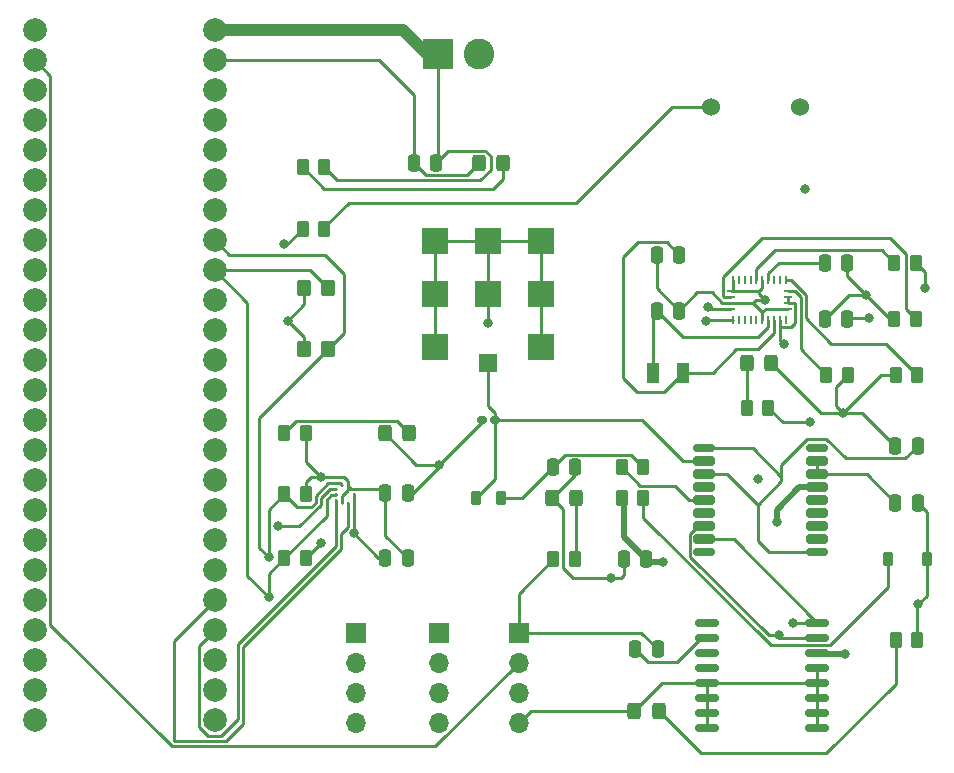
<source format=gbr>
%TF.GenerationSoftware,KiCad,Pcbnew,7.0.7*%
%TF.CreationDate,2024-01-17T20:42:02-05:00*%
%TF.ProjectId,Unified_Board,556e6966-6965-4645-9f42-6f6172642e6b,rev?*%
%TF.SameCoordinates,Original*%
%TF.FileFunction,Copper,L1,Top*%
%TF.FilePolarity,Positive*%
%FSLAX46Y46*%
G04 Gerber Fmt 4.6, Leading zero omitted, Abs format (unit mm)*
G04 Created by KiCad (PCBNEW 7.0.7) date 2024-01-17 20:42:02*
%MOMM*%
%LPD*%
G01*
G04 APERTURE LIST*
G04 Aperture macros list*
%AMRoundRect*
0 Rectangle with rounded corners*
0 $1 Rounding radius*
0 $2 $3 $4 $5 $6 $7 $8 $9 X,Y pos of 4 corners*
0 Add a 4 corners polygon primitive as box body*
4,1,4,$2,$3,$4,$5,$6,$7,$8,$9,$2,$3,0*
0 Add four circle primitives for the rounded corners*
1,1,$1+$1,$2,$3*
1,1,$1+$1,$4,$5*
1,1,$1+$1,$6,$7*
1,1,$1+$1,$8,$9*
0 Add four rect primitives between the rounded corners*
20,1,$1+$1,$2,$3,$4,$5,0*
20,1,$1+$1,$4,$5,$6,$7,0*
20,1,$1+$1,$6,$7,$8,$9,0*
20,1,$1+$1,$8,$9,$2,$3,0*%
G04 Aperture macros list end*
%TA.AperFunction,SMDPad,CuDef*%
%ADD10RoundRect,0.225000X-0.225000X-0.375000X0.225000X-0.375000X0.225000X0.375000X-0.225000X0.375000X0*%
%TD*%
%TA.AperFunction,ComponentPad*%
%ADD11R,1.700000X1.700000*%
%TD*%
%TA.AperFunction,ComponentPad*%
%ADD12O,1.700000X1.700000*%
%TD*%
%TA.AperFunction,SMDPad,CuDef*%
%ADD13RoundRect,0.250000X-0.325000X-0.450000X0.325000X-0.450000X0.325000X0.450000X-0.325000X0.450000X0*%
%TD*%
%TA.AperFunction,SMDPad,CuDef*%
%ADD14RoundRect,0.250000X-0.262500X-0.450000X0.262500X-0.450000X0.262500X0.450000X-0.262500X0.450000X0*%
%TD*%
%TA.AperFunction,SMDPad,CuDef*%
%ADD15RoundRect,0.250000X0.250000X0.475000X-0.250000X0.475000X-0.250000X-0.475000X0.250000X-0.475000X0*%
%TD*%
%TA.AperFunction,SMDPad,CuDef*%
%ADD16RoundRect,0.250000X-0.250000X-0.475000X0.250000X-0.475000X0.250000X0.475000X-0.250000X0.475000X0*%
%TD*%
%TA.AperFunction,SMDPad,CuDef*%
%ADD17R,1.500000X1.500000*%
%TD*%
%TA.AperFunction,SMDPad,CuDef*%
%ADD18R,2.300000X2.300000*%
%TD*%
%TA.AperFunction,SMDPad,CuDef*%
%ADD19RoundRect,0.250000X0.325000X0.450000X-0.325000X0.450000X-0.325000X-0.450000X0.325000X-0.450000X0*%
%TD*%
%TA.AperFunction,ComponentPad*%
%ADD20R,2.600000X2.600000*%
%TD*%
%TA.AperFunction,ComponentPad*%
%ADD21C,2.600000*%
%TD*%
%TA.AperFunction,SMDPad,CuDef*%
%ADD22R,0.250000X0.275000*%
%TD*%
%TA.AperFunction,SMDPad,CuDef*%
%ADD23R,0.275000X0.250000*%
%TD*%
%TA.AperFunction,ComponentPad*%
%ADD24C,1.524000*%
%TD*%
%TA.AperFunction,SMDPad,CuDef*%
%ADD25R,0.254000X0.675000*%
%TD*%
%TA.AperFunction,SMDPad,CuDef*%
%ADD26R,0.675000X0.254000*%
%TD*%
%TA.AperFunction,SMDPad,CuDef*%
%ADD27RoundRect,0.150000X-0.875000X-0.150000X0.875000X-0.150000X0.875000X0.150000X-0.875000X0.150000X0*%
%TD*%
%TA.AperFunction,SMDPad,CuDef*%
%ADD28R,1.000000X1.800000*%
%TD*%
%TA.AperFunction,SMDPad,CuDef*%
%ADD29RoundRect,0.175000X0.725000X0.175000X-0.725000X0.175000X-0.725000X-0.175000X0.725000X-0.175000X0*%
%TD*%
%TA.AperFunction,SMDPad,CuDef*%
%ADD30RoundRect,0.200000X0.700000X0.200000X-0.700000X0.200000X-0.700000X-0.200000X0.700000X-0.200000X0*%
%TD*%
%TA.AperFunction,SMDPad,CuDef*%
%ADD31RoundRect,0.218750X0.218750X0.381250X-0.218750X0.381250X-0.218750X-0.381250X0.218750X-0.381250X0*%
%TD*%
%TA.AperFunction,SMDPad,CuDef*%
%ADD32RoundRect,0.250000X-0.350000X-0.450000X0.350000X-0.450000X0.350000X0.450000X-0.350000X0.450000X0*%
%TD*%
%TA.AperFunction,SMDPad,CuDef*%
%ADD33RoundRect,0.250000X0.262500X0.450000X-0.262500X0.450000X-0.262500X-0.450000X0.262500X-0.450000X0*%
%TD*%
%TA.AperFunction,ComponentPad*%
%ADD34C,2.000000*%
%TD*%
%TA.AperFunction,SMDPad,CuDef*%
%ADD35RoundRect,0.160000X-0.222500X-0.160000X0.222500X-0.160000X0.222500X0.160000X-0.222500X0.160000X0*%
%TD*%
%TA.AperFunction,ViaPad*%
%ADD36C,0.800000*%
%TD*%
%TA.AperFunction,Conductor*%
%ADD37C,0.250000*%
%TD*%
%TA.AperFunction,Conductor*%
%ADD38C,0.500000*%
%TD*%
%TA.AperFunction,Conductor*%
%ADD39C,1.000000*%
%TD*%
G04 APERTURE END LIST*
D10*
%TO.P,D1,1,K*%
%TO.N,Net-(D1-K)*%
X152600000Y-89800000D03*
%TO.P,D1,2,A*%
%TO.N,/3.3V*%
X155900000Y-89800000D03*
%TD*%
D11*
%TO.P,J3,1,Pin_1*%
%TO.N,/3.3V*%
X107600000Y-96000000D03*
D12*
%TO.P,J3,2,Pin_2*%
%TO.N,/SCL*%
X107600000Y-98540000D03*
%TO.P,J3,3,Pin_3*%
%TO.N,/SDA*%
X107600000Y-101080000D03*
%TO.P,J3,4,Pin_4*%
%TO.N,GND*%
X107600000Y-103620000D03*
%TD*%
D13*
%TO.P,D2,1,K*%
%TO.N,GND*%
X131175000Y-102600000D03*
%TO.P,D2,2,A*%
%TO.N,Net-(D2-A)*%
X133225000Y-102600000D03*
%TD*%
D14*
%TO.P,R15,1*%
%TO.N,Net-(D6-A)*%
X103087500Y-56600000D03*
%TO.P,R15,2*%
%TO.N,Net-(J1-Pin_1)*%
X104912500Y-56600000D03*
%TD*%
D15*
%TO.P,C10,1*%
%TO.N,/3.3V*%
X133150000Y-97400000D03*
%TO.P,C10,2*%
%TO.N,Net-(U3-VCC)*%
X131250000Y-97400000D03*
%TD*%
D16*
%TO.P,C7,1*%
%TO.N,Net-(U2-VCC)*%
X153250000Y-85000000D03*
%TO.P,C7,2*%
%TO.N,/3.3V*%
X155150000Y-85000000D03*
%TD*%
D17*
%TO.P,ANT1,1,RF_IN*%
%TO.N,Net-(ANT1-RF_IN)*%
X118800000Y-73200000D03*
D18*
%TO.P,ANT1,2,GND*%
%TO.N,GND*%
X114300000Y-71800000D03*
%TO.P,ANT1,3,GND*%
X123300000Y-71800000D03*
%TO.P,ANT1,4,GND*%
X114300000Y-67300000D03*
%TO.P,ANT1,5,GND*%
X118800000Y-67300000D03*
%TO.P,ANT1,6,GND*%
X123300000Y-67300000D03*
%TO.P,ANT1,7,GND*%
X114300000Y-62800000D03*
%TO.P,ANT1,8,GND*%
X118800000Y-62800000D03*
%TO.P,ANT1,9,GND*%
X123300000Y-62800000D03*
%TD*%
D16*
%TO.P,C12,1*%
%TO.N,Net-(C12-Pad1)*%
X124250000Y-82000000D03*
%TO.P,C12,2*%
%TO.N,GND*%
X126150000Y-82000000D03*
%TD*%
D19*
%TO.P,D5,1,K*%
%TO.N,GND*%
X142775000Y-73200000D03*
%TO.P,D5,2,A*%
%TO.N,Net-(D5-A)*%
X140725000Y-73200000D03*
%TD*%
D15*
%TO.P,C11,1*%
%TO.N,Net-(J1-Pin_1)*%
X114400000Y-56200000D03*
%TO.P,C11,2*%
%TO.N,Net-(D6-K)*%
X112500000Y-56200000D03*
%TD*%
D20*
%TO.P,J1,1,Pin_1*%
%TO.N,Net-(J1-Pin_1)*%
X114500000Y-47000000D03*
D21*
%TO.P,J1,2,Pin_2*%
%TO.N,Net-(D6-K)*%
X118000000Y-47000000D03*
%TD*%
D14*
%TO.P,R4,1*%
%TO.N,/SCL*%
X101525000Y-84300000D03*
%TO.P,R4,2*%
%TO.N,/3.3V*%
X103350000Y-84300000D03*
%TD*%
%TO.P,R16,1*%
%TO.N,Net-(U2-VCC_RF)*%
X130087500Y-82000000D03*
%TO.P,R16,2*%
%TO.N,Net-(C12-Pad1)*%
X131912500Y-82000000D03*
%TD*%
D22*
%TO.P,Alt1,1,VDDIO*%
%TO.N,/3.3V*%
X106887500Y-83537500D03*
%TO.P,Alt1,2,SCK*%
%TO.N,/SCL*%
X106387500Y-83537500D03*
D23*
%TO.P,Alt1,3,VSS*%
%TO.N,GND*%
X105875000Y-83800000D03*
%TO.P,Alt1,4,SDI*%
%TO.N,/SDA*%
X105875000Y-84300000D03*
%TO.P,Alt1,5,SDO*%
%TO.N,/BMP_I2C_ADDR*%
X105875000Y-84800000D03*
D22*
%TO.P,Alt1,6,CSB*%
%TO.N,/3.3V*%
X106387500Y-85062500D03*
%TO.P,Alt1,7,INT*%
%TO.N,/BMP_INT*%
X106887500Y-85062500D03*
D23*
%TO.P,Alt1,8,VSS*%
%TO.N,GND*%
X107400000Y-84800000D03*
%TO.P,Alt1,9,VSS*%
X107400000Y-84300000D03*
%TO.P,Alt1,10,VDD*%
%TO.N,/3.3V*%
X107400000Y-83800000D03*
%TD*%
D16*
%TO.P,C5,1*%
%TO.N,Net-(U1-XOUT32)*%
X133050000Y-68750000D03*
%TO.P,C5,2*%
%TO.N,GND*%
X134950000Y-68750000D03*
%TD*%
D14*
%TO.P,R3,1*%
%TO.N,/SDA*%
X101525000Y-89700000D03*
%TO.P,R3,2*%
%TO.N,/3.3V*%
X103350000Y-89700000D03*
%TD*%
D24*
%TO.P,BZ1,1,-*%
%TO.N,Net-(BZ1--)*%
X137650000Y-51500000D03*
%TO.P,BZ1,2,+*%
%TO.N,GND*%
X145150000Y-51500000D03*
%TD*%
D14*
%TO.P,R14,1*%
%TO.N,Net-(R14-Pad1)*%
X103087500Y-61800000D03*
%TO.P,R14,2*%
%TO.N,Net-(BZ1--)*%
X104912500Y-61800000D03*
%TD*%
D13*
%TO.P,D4,1,K*%
%TO.N,GND*%
X110012500Y-79100000D03*
%TO.P,D4,2,A*%
%TO.N,Net-(D4-A)*%
X112062500Y-79100000D03*
%TD*%
%TO.P,D3,1,K*%
%TO.N,GND*%
X124175000Y-84600000D03*
%TO.P,D3,2,A*%
%TO.N,Net-(D3-A)*%
X126225000Y-84600000D03*
%TD*%
D11*
%TO.P,J2,1,Pin_1*%
%TO.N,/3.3V*%
X114600000Y-96000000D03*
D12*
%TO.P,J2,2,Pin_2*%
%TO.N,/Breakout_RX2*%
X114600000Y-98540000D03*
%TO.P,J2,3,Pin_3*%
%TO.N,/Breakout_TX2*%
X114600000Y-101080000D03*
%TO.P,J2,4,Pin_4*%
%TO.N,GND*%
X114600000Y-103620000D03*
%TD*%
D25*
%TO.P,U1,1,PIN1*%
%TO.N,unconnected-(U1-PIN1-Pad1)*%
X144000000Y-69500000D03*
D26*
%TO.P,U1,2,GND*%
%TO.N,GND*%
X144137500Y-68587500D03*
%TO.P,U1,3,VDD*%
%TO.N,/3.3V*%
X144137500Y-68087500D03*
%TO.P,U1,4,~{BOOT_LOAD_PIN}*%
X144137500Y-67587500D03*
%TO.P,U1,5,PS1*%
%TO.N,Net-(U1-PS1)*%
X144137500Y-67087500D03*
D25*
%TO.P,U1,6,PS0*%
%TO.N,Net-(U1-PS0)*%
X144000000Y-66175000D03*
%TO.P,U1,7,PIN7*%
%TO.N,unconnected-(U1-PIN7-Pad7)*%
X143500000Y-66175000D03*
%TO.P,U1,8,PIN8*%
%TO.N,unconnected-(U1-PIN8-Pad8)*%
X143000000Y-66175000D03*
%TO.P,U1,9,CAP*%
%TO.N,Net-(U1-CAP)*%
X142500000Y-66175000D03*
%TO.P,U1,10,BL_IND*%
%TO.N,GND*%
X142000000Y-66175000D03*
%TO.P,U1,11,~{RESET}*%
%TO.N,Net-(U1-~{RESET})*%
X141500000Y-66175000D03*
%TO.P,U1,12,PIN12*%
%TO.N,unconnected-(U1-PIN12-Pad12)*%
X141000000Y-66175000D03*
%TO.P,U1,13,PIN13*%
%TO.N,unconnected-(U1-PIN13-Pad13)*%
X140500000Y-66175000D03*
%TO.P,U1,14,INT*%
%TO.N,unconnected-(U1-INT-Pad14)*%
X140000000Y-66175000D03*
%TO.P,U1,15,GNDIO*%
%TO.N,GND*%
X139500000Y-66175000D03*
D26*
%TO.P,U1,16,GNDIO*%
X139362500Y-67087500D03*
%TO.P,U1,17,COM3*%
%TO.N,Net-(U1-COM3)*%
X139362500Y-67587500D03*
%TO.P,U1,18,COM2*%
%TO.N,GND*%
X139362500Y-68087500D03*
%TO.P,U1,19,COM1*%
%TO.N,/SCL*%
X139362500Y-68587500D03*
D25*
%TO.P,U1,20,COM0*%
%TO.N,/SDA*%
X139500000Y-69500000D03*
%TO.P,U1,21,PIN21*%
%TO.N,unconnected-(U1-PIN21-Pad21)*%
X140000000Y-69500000D03*
%TO.P,U1,22,PIN22*%
%TO.N,unconnected-(U1-PIN22-Pad22)*%
X140500000Y-69500000D03*
%TO.P,U1,23,PIN23*%
%TO.N,unconnected-(U1-PIN23-Pad23)*%
X141000000Y-69500000D03*
%TO.P,U1,24,PIN24*%
%TO.N,unconnected-(U1-PIN24-Pad24)*%
X141500000Y-69500000D03*
%TO.P,U1,25,GNDIO*%
%TO.N,GND*%
X142000000Y-69500000D03*
%TO.P,U1,26,XOUT32*%
%TO.N,Net-(U1-XOUT32)*%
X142500000Y-69500000D03*
%TO.P,U1,27,XIN32*%
%TO.N,Net-(U1-XIN32)*%
X143000000Y-69500000D03*
%TO.P,U1,28,VDDIO*%
%TO.N,/3.3V*%
X143500000Y-69500000D03*
%TD*%
D27*
%TO.P,U3,1,32KHZ*%
%TO.N,unconnected-(U3-32KHZ-Pad1)*%
X137350000Y-95155000D03*
%TO.P,U3,2,VCC*%
%TO.N,Net-(U3-VCC)*%
X137350000Y-96425000D03*
%TO.P,U3,3,~{INT}/SQW*%
%TO.N,unconnected-(U3-~{INT}{slash}SQW-Pad3)*%
X137350000Y-97695000D03*
%TO.P,U3,4,~{RST}*%
%TO.N,unconnected-(U3-~{RST}-Pad4)*%
X137350000Y-98965000D03*
%TO.P,U3,5,GND*%
%TO.N,GND*%
X137350000Y-100235000D03*
%TO.P,U3,6,GND*%
X137350000Y-101505000D03*
%TO.P,U3,7,GND*%
X137350000Y-102775000D03*
%TO.P,U3,8,GND*%
X137350000Y-104045000D03*
%TO.P,U3,9,GND*%
X146650000Y-104045000D03*
%TO.P,U3,10,GND*%
X146650000Y-102775000D03*
%TO.P,U3,11,GND*%
X146650000Y-101505000D03*
%TO.P,U3,12,GND*%
X146650000Y-100235000D03*
%TO.P,U3,13,GND*%
X146650000Y-98965000D03*
%TO.P,U3,14,VBAT*%
%TO.N,Net-(BT2-+)*%
X146650000Y-97695000D03*
%TO.P,U3,15,SDA*%
%TO.N,/SDA*%
X146650000Y-96425000D03*
%TO.P,U3,16,SCL*%
%TO.N,/SCL*%
X146650000Y-95155000D03*
%TD*%
D16*
%TO.P,C2,1*%
%TO.N,/3.3V*%
X110087500Y-84200000D03*
%TO.P,C2,2*%
%TO.N,GND*%
X111987500Y-84200000D03*
%TD*%
D14*
%TO.P,R11,1*%
%TO.N,Net-(D5-A)*%
X140687500Y-77000000D03*
%TO.P,R11,2*%
%TO.N,/3.3V*%
X142512500Y-77000000D03*
%TD*%
%TO.P,R7,1*%
%TO.N,GND*%
X153275000Y-74162500D03*
%TO.P,R7,2*%
%TO.N,Net-(U1-PS0)*%
X155100000Y-74162500D03*
%TD*%
%TO.P,R12,1*%
%TO.N,Net-(D4-A)*%
X101525000Y-79100000D03*
%TO.P,R12,2*%
%TO.N,/3.3V*%
X103350000Y-79100000D03*
%TD*%
D15*
%TO.P,C8,1*%
%TO.N,Net-(C8-Pad1)*%
X155150000Y-80200000D03*
%TO.P,C8,2*%
%TO.N,GND*%
X153250000Y-80200000D03*
%TD*%
D28*
%TO.P,Y1,1,1*%
%TO.N,Net-(U1-XOUT32)*%
X132750000Y-74000000D03*
%TO.P,Y1,2,2*%
%TO.N,Net-(U1-XIN32)*%
X135250000Y-74000000D03*
%TD*%
D29*
%TO.P,U2,1,GND*%
%TO.N,Net-(C8-Pad1)*%
X146600000Y-89200000D03*
D30*
%TO.P,U2,2,TXD*%
%TO.N,unconnected-(U2-TXD-Pad2)*%
X146600000Y-88100000D03*
%TO.P,U2,3,RXD*%
%TO.N,unconnected-(U2-RXD-Pad3)*%
X146600000Y-87000000D03*
%TO.P,U2,4,TIMEPULSE*%
%TO.N,unconnected-(U2-TIMEPULSE-Pad4)*%
X146600000Y-85900000D03*
%TO.P,U2,5,EXTINT*%
%TO.N,unconnected-(U2-EXTINT-Pad5)*%
X146600000Y-84800000D03*
%TO.P,U2,6,V_BCKP*%
%TO.N,/BACKUP*%
X146600000Y-83700000D03*
%TO.P,U2,7,VCC_IO*%
%TO.N,Net-(U2-VCC)*%
X146600000Y-82600000D03*
%TO.P,U2,8,VCC*%
X146600000Y-81500000D03*
D29*
%TO.P,U2,9,~{RESET}*%
%TO.N,unconnected-(U2-~{RESET}-Pad9)*%
X146600000Y-80400000D03*
%TO.P,U2,10,GND*%
%TO.N,Net-(C8-Pad1)*%
X137100000Y-80400000D03*
D30*
%TO.P,U2,11,RF_IN*%
%TO.N,Net-(ANT1-RF_IN)*%
X137100000Y-81500000D03*
%TO.P,U2,12,GND*%
%TO.N,Net-(C8-Pad1)*%
X137100000Y-82600000D03*
%TO.P,U2,13,LNA_EN*%
%TO.N,unconnected-(U2-LNA_EN-Pad13)*%
X137100000Y-83700000D03*
%TO.P,U2,14,VCC_RF*%
%TO.N,Net-(U2-VCC_RF)*%
X137100000Y-84800000D03*
%TO.P,U2,15,VIO_SEL*%
%TO.N,unconnected-(U2-VIO_SEL-Pad15)*%
X137100000Y-85900000D03*
%TO.P,U2,16,SDA*%
%TO.N,/SDA*%
X137100000Y-87000000D03*
%TO.P,U2,17,SCL*%
%TO.N,/SCL*%
X137100000Y-88100000D03*
D29*
%TO.P,U2,18,~{SAFEBOOT}*%
%TO.N,unconnected-(U2-~{SAFEBOOT}-Pad18)*%
X137100000Y-89200000D03*
%TD*%
D11*
%TO.P,J4,1,Pin_1*%
%TO.N,/3.3V*%
X121400000Y-96000000D03*
D12*
%TO.P,J4,2,Pin_2*%
%TO.N,/Breakout_RX1*%
X121400000Y-98540000D03*
%TO.P,J4,3,Pin_3*%
%TO.N,/Breakout_TX1*%
X121400000Y-101080000D03*
%TO.P,J4,4,Pin_4*%
%TO.N,GND*%
X121400000Y-103620000D03*
%TD*%
D14*
%TO.P,R6,1*%
%TO.N,GND*%
X153187500Y-69412500D03*
%TO.P,R6,2*%
%TO.N,Net-(U1-COM3)*%
X155012500Y-69412500D03*
%TD*%
D31*
%TO.P,FB1,1*%
%TO.N,Net-(C12-Pad1)*%
X119862500Y-84600000D03*
%TO.P,FB1,2*%
%TO.N,Net-(ANT1-RF_IN)*%
X117737500Y-84600000D03*
%TD*%
D15*
%TO.P,C1,1*%
%TO.N,/3.3V*%
X111987500Y-89700000D03*
%TO.P,C1,2*%
%TO.N,GND*%
X110087500Y-89700000D03*
%TD*%
D32*
%TO.P,R1,1*%
%TO.N,/3.3V*%
X103200000Y-66800000D03*
%TO.P,R1,2*%
%TO.N,/SDA*%
X105200000Y-66800000D03*
%TD*%
D14*
%TO.P,R5,1*%
%TO.N,Net-(U1-~{RESET})*%
X153187500Y-64662500D03*
%TO.P,R5,2*%
%TO.N,/3.3V*%
X155012500Y-64662500D03*
%TD*%
D13*
%TO.P,D6,1,K*%
%TO.N,Net-(D6-K)*%
X117975000Y-56250000D03*
%TO.P,D6,2,A*%
%TO.N,Net-(D6-A)*%
X120025000Y-56250000D03*
%TD*%
D33*
%TO.P,R9,1*%
%TO.N,Net-(D1-K)*%
X131912500Y-84600000D03*
%TO.P,R9,2*%
%TO.N,/BACKUP*%
X130087500Y-84600000D03*
%TD*%
D16*
%TO.P,C6,1*%
%TO.N,GND*%
X133050000Y-64000000D03*
%TO.P,C6,2*%
%TO.N,Net-(U1-XIN32)*%
X134950000Y-64000000D03*
%TD*%
D15*
%TO.P,C9,1*%
%TO.N,/BACKUP*%
X132150000Y-89800000D03*
%TO.P,C9,2*%
%TO.N,GND*%
X130250000Y-89800000D03*
%TD*%
D16*
%TO.P,C3,1*%
%TO.N,GND*%
X147300000Y-69412500D03*
%TO.P,C3,2*%
%TO.N,/3.3V*%
X149200000Y-69412500D03*
%TD*%
D14*
%TO.P,R10,1*%
%TO.N,Net-(D2-A)*%
X153287500Y-96600000D03*
%TO.P,R10,2*%
%TO.N,/3.3V*%
X155112500Y-96600000D03*
%TD*%
D16*
%TO.P,C4,1*%
%TO.N,Net-(U1-CAP)*%
X147300000Y-64662500D03*
%TO.P,C4,2*%
%TO.N,GND*%
X149200000Y-64662500D03*
%TD*%
D33*
%TO.P,R8,1*%
%TO.N,GND*%
X149250000Y-74162500D03*
%TO.P,R8,2*%
%TO.N,Net-(U1-PS1)*%
X147425000Y-74162500D03*
%TD*%
D34*
%TO.P,Teensy4.1,47,Vin*%
%TO.N,Net-(J1-Pin_1)*%
X95620000Y-44990000D03*
%TO.P,Teensy4.1,46,GND*%
%TO.N,Net-(D6-K)*%
X95620000Y-47530000D03*
%TO.P,Teensy4.1,45,3.3V*%
%TO.N,/3.3V*%
X95620000Y-50070000D03*
%TO.P,Teensy4.1,44,PWM*%
%TO.N,unconnected-(Teensy4.1-PWM-Pad44)*%
X95620000Y-52610000D03*
%TO.P,Teensy4.1,43,PWM*%
%TO.N,unconnected-(Teensy4.1-PWM-Pad43)*%
X95620000Y-55150000D03*
%TO.P,Teensy4.1,42,RX5*%
%TO.N,unconnected-(Teensy4.1-RX5-Pad42)*%
X95620000Y-57690000D03*
%TO.P,Teensy4.1,41,TX5*%
%TO.N,unconnected-(Teensy4.1-TX5-Pad41)*%
X95620000Y-60230000D03*
%TO.P,Teensy4.1,40,SCL*%
%TO.N,/SCL*%
X95620000Y-62770000D03*
%TO.P,Teensy4.1,39,SDA*%
%TO.N,/SDA*%
X95620000Y-65310000D03*
%TO.P,Teensy4.1,38,A3*%
%TO.N,unconnected-(Teensy4.1-A3-Pad38)*%
X95620000Y-67850000D03*
%TO.P,Teensy4.1,37,A2*%
%TO.N,unconnected-(Teensy4.1-A2-Pad37)*%
X95620000Y-70390000D03*
%TO.P,Teensy4.1,36,A1*%
%TO.N,unconnected-(Teensy4.1-A1-Pad36)*%
X95620000Y-72930000D03*
%TO.P,Teensy4.1,35,A0*%
%TO.N,unconnected-(Teensy4.1-A0-Pad35)*%
X95620000Y-75470000D03*
%TO.P,Teensy4.1,34,SCK*%
%TO.N,unconnected-(Teensy4.1-SCK-Pad34)*%
X95620000Y-78010000D03*
%TO.P,Teensy4.1,33,GND*%
%TO.N,unconnected-(Teensy4.1-GND-Pad33)*%
X95620000Y-80550000D03*
%TO.P,Teensy4.1,32,A17*%
%TO.N,unconnected-(Teensy4.1-A17-Pad32)*%
X95620000Y-83090000D03*
%TO.P,Teensy4.1,31,A16*%
%TO.N,unconnected-(Teensy4.1-A16-Pad31)*%
X95620000Y-85630000D03*
%TO.P,Teensy4.1,30,MISO*%
%TO.N,unconnected-(Teensy4.1-MISO-Pad30)*%
X95620000Y-88170000D03*
%TO.P,Teensy4.1,29,CS1*%
%TO.N,unconnected-(Teensy4.1-CS1-Pad29)*%
X95620000Y-90710000D03*
%TO.P,Teensy4.1,28,PWM*%
%TO.N,/BMP_INT*%
X95620000Y-93250000D03*
%TO.P,Teensy4.1,27,PWM*%
%TO.N,/BMP_I2C_ADDR*%
X95620000Y-95790000D03*
%TO.P,Teensy4.1,26,TX8*%
%TO.N,unconnected-(Teensy4.1-TX8-Pad26)*%
X95620000Y-98330000D03*
%TO.P,Teensy4.1,25,RX8*%
%TO.N,unconnected-(Teensy4.1-RX8-Pad25)*%
X95620000Y-100870000D03*
%TO.P,Teensy4.1,24,PWM*%
%TO.N,Net-(R14-Pad1)*%
X95620000Y-103410000D03*
%TO.P,Teensy4.1,23,GPIO*%
%TO.N,unconnected-(Teensy4.1-GPIO-Pad23)*%
X80380000Y-103410000D03*
%TO.P,Teensy4.1,22,GPIO*%
%TO.N,unconnected-(Teensy4.1-GPIO-Pad22)*%
X80380000Y-100870000D03*
%TO.P,Teensy4.1,21,GPIO*%
%TO.N,unconnected-(Teensy4.1-GPIO-Pad21)*%
X80380000Y-98330000D03*
%TO.P,Teensy4.1,20,TX7*%
%TO.N,unconnected-(Teensy4.1-TX7-Pad20)*%
X80380000Y-95790000D03*
%TO.P,Teensy4.1,19,RX7*%
%TO.N,unconnected-(Teensy4.1-RX7-Pad19)*%
X80380000Y-93250000D03*
%TO.P,Teensy4.1,18,SCK1*%
%TO.N,unconnected-(Teensy4.1-SCK1-Pad18)*%
X80380000Y-90710000D03*
%TO.P,Teensy4.1,17,MOSI1*%
%TO.N,unconnected-(Teensy4.1-MOSI1-Pad17)*%
X80380000Y-88170000D03*
%TO.P,Teensy4.1,16,SDA2*%
%TO.N,unconnected-(Teensy4.1-SDA2-Pad16)*%
X80380000Y-85630000D03*
%TO.P,Teensy4.1,15,SCL2*%
%TO.N,unconnected-(Teensy4.1-SCL2-Pad15)*%
X80380000Y-83090000D03*
%TO.P,Teensy4.1,14,3.3V*%
%TO.N,unconnected-(Teensy4.1-3.3V-Pad14)*%
X80380000Y-80550000D03*
%TO.P,Teensy4.1,13,MISO*%
%TO.N,unconnected-(Teensy4.1-MISO-Pad13)*%
X80380000Y-78010000D03*
%TO.P,Teensy4.1,12,MOSI*%
%TO.N,unconnected-(Teensy4.1-MOSI-Pad12)*%
X80380000Y-75470000D03*
%TO.P,Teensy4.1,11,CS*%
%TO.N,unconnected-(Teensy4.1-CS-Pad11)*%
X80380000Y-72930000D03*
%TO.P,Teensy4.1,10,PWM*%
%TO.N,unconnected-(Teensy4.1-PWM-Pad10)*%
X80380000Y-70390000D03*
%TO.P,Teensy4.1,9,TX2*%
%TO.N,/Breakout_TX2*%
X80380000Y-67850000D03*
%TO.P,Teensy4.1,8,RX2*%
%TO.N,/Breakout_RX2*%
X80380000Y-65310000D03*
%TO.P,Teensy4.1,7,PWM*%
%TO.N,unconnected-(Teensy4.1-PWM-Pad7)*%
X80380000Y-62770000D03*
%TO.P,Teensy4.1,6,PWM*%
%TO.N,unconnected-(Teensy4.1-PWM-Pad6)*%
X80380000Y-60230000D03*
%TO.P,Teensy4.1,5,PWM*%
%TO.N,unconnected-(Teensy4.1-PWM-Pad5)*%
X80380000Y-57690000D03*
%TO.P,Teensy4.1,4,PWM*%
%TO.N,unconnected-(Teensy4.1-PWM-Pad4)*%
X80380000Y-55150000D03*
%TO.P,Teensy4.1,3,PWM*%
%TO.N,unconnected-(Teensy4.1-PWM-Pad3)*%
X80380000Y-52610000D03*
%TO.P,Teensy4.1,2,TX1*%
%TO.N,/Breakout_TX1*%
X80380000Y-50070000D03*
%TO.P,Teensy4.1,1,RX1*%
%TO.N,/Breakout_RX1*%
X80380000Y-47530000D03*
%TO.P,Teensy4.1,0,GND*%
%TO.N,GND*%
X80380000Y-44990000D03*
%TD*%
D35*
%TO.P,D7,1,K*%
%TO.N,GND*%
X118227500Y-78000000D03*
%TO.P,D7,2,A*%
%TO.N,Net-(ANT1-RF_IN)*%
X119372500Y-78000000D03*
%TD*%
D14*
%TO.P,R13,1*%
%TO.N,/3.3V*%
X124287500Y-89800000D03*
%TO.P,R13,2*%
%TO.N,Net-(D3-A)*%
X126112500Y-89800000D03*
%TD*%
D32*
%TO.P,R2,1*%
%TO.N,/3.3V*%
X103200000Y-72000000D03*
%TO.P,R2,2*%
%TO.N,/SCL*%
X105200000Y-72000000D03*
%TD*%
D36*
%TO.N,/3.3V*%
X146000000Y-78200000D03*
%TO.N,GND*%
X145600000Y-58400000D03*
X141600000Y-83000000D03*
%TO.N,Net-(BT2-+)*%
X149000000Y-97800000D03*
%TO.N,/BACKUP*%
X143200000Y-86600000D03*
X133600000Y-90000000D03*
%TO.N,/SCL*%
X137400000Y-68400000D03*
%TO.N,GND*%
X142200000Y-67800000D03*
X150800000Y-67400000D03*
%TO.N,/3.3V*%
X143800000Y-71600000D03*
%TO.N,/SDA*%
X137200000Y-69600000D03*
%TO.N,/3.3V*%
X155800000Y-66800000D03*
X151000000Y-69400000D03*
%TO.N,/SDA*%
X143400000Y-96230898D03*
%TO.N,/SCL*%
X144600000Y-95200000D03*
%TO.N,GND*%
X129200000Y-91400000D03*
%TO.N,Net-(R14-Pad1)*%
X101500000Y-63100000D03*
%TO.N,GND*%
X148800000Y-77400000D03*
%TO.N,/3.3V*%
X155200000Y-93600000D03*
%TO.N,/SCL*%
X100200000Y-89600000D03*
%TO.N,/SDA*%
X100200000Y-93000000D03*
%TO.N,/3.3V*%
X101800000Y-69600000D03*
X104600000Y-82800000D03*
X104600000Y-88400000D03*
%TO.N,GND*%
X118800000Y-69800000D03*
X107400000Y-87600000D03*
X114600000Y-81800000D03*
X101000000Y-87000000D03*
%TD*%
D37*
%TO.N,/3.3V*%
X155200000Y-93600000D02*
X155112500Y-93687500D01*
X155900000Y-92900000D02*
X155900000Y-89800000D01*
X155200000Y-93600000D02*
X155900000Y-92900000D01*
X155112500Y-93687500D02*
X155112500Y-96600000D01*
X155900000Y-85750000D02*
X155150000Y-85000000D01*
X155900000Y-89800000D02*
X155900000Y-85750000D01*
%TO.N,Net-(D1-K)*%
X147701751Y-97070000D02*
X147600000Y-97070000D01*
X152600000Y-92171751D02*
X147701751Y-97070000D01*
X147600000Y-97070000D02*
X142726497Y-97070000D01*
X147721751Y-97070000D02*
X147600000Y-97070000D01*
X152600000Y-89800000D02*
X152600000Y-92171751D01*
%TO.N,Net-(U1-XIN32)*%
X131400000Y-75600000D02*
X133650000Y-75600000D01*
X130200000Y-74400000D02*
X131400000Y-75600000D01*
X130200000Y-64200000D02*
X130200000Y-74400000D01*
X133650000Y-75600000D02*
X135250000Y-74000000D01*
X133900000Y-62950000D02*
X131450000Y-62950000D01*
X131450000Y-62950000D02*
X130200000Y-64200000D01*
X134950000Y-64000000D02*
X133900000Y-62950000D01*
%TO.N,GND*%
X141489500Y-67800000D02*
X141202000Y-68087500D01*
X142200000Y-67800000D02*
X141489500Y-67800000D01*
X136500000Y-67200000D02*
X134950000Y-68750000D01*
X137712805Y-67200000D02*
X136500000Y-67200000D01*
X138600305Y-68087500D02*
X137712805Y-67200000D01*
X139362500Y-68087500D02*
X138600305Y-68087500D01*
%TO.N,/3.3V*%
X143712500Y-78200000D02*
X146000000Y-78200000D01*
X142512500Y-77000000D02*
X143712500Y-78200000D01*
X149212500Y-69400000D02*
X149200000Y-69412500D01*
X151000000Y-69400000D02*
X149212500Y-69400000D01*
%TO.N,GND*%
X104637500Y-84586396D02*
X105423896Y-83800000D01*
X104637500Y-85174569D02*
X104637500Y-84586396D01*
X102812069Y-87000000D02*
X104637500Y-85174569D01*
X101000000Y-87000000D02*
X102812069Y-87000000D01*
X105423896Y-83800000D02*
X105875000Y-83800000D01*
%TO.N,Net-(BZ1--)*%
X134350000Y-51500000D02*
X126250000Y-59600000D01*
X137650000Y-51500000D02*
X134350000Y-51500000D01*
%TO.N,/3.3V*%
X103200000Y-66800000D02*
X103200000Y-68200000D01*
X103200000Y-68200000D02*
X101800000Y-69600000D01*
X103200000Y-71000000D02*
X101800000Y-69600000D01*
X103200000Y-72000000D02*
X103200000Y-71000000D01*
D38*
%TO.N,Net-(BT2-+)*%
X146755000Y-97800000D02*
X146650000Y-97695000D01*
X149000000Y-97800000D02*
X146755000Y-97800000D01*
%TO.N,/BACKUP*%
X145100000Y-83700000D02*
X146600000Y-83700000D01*
X143200000Y-85600000D02*
X145100000Y-83700000D01*
X143200000Y-86600000D02*
X143200000Y-85600000D01*
D37*
X132350000Y-90000000D02*
X132150000Y-89800000D01*
D38*
X133600000Y-90000000D02*
X132350000Y-90000000D01*
D37*
%TO.N,/3.3V*%
X155800000Y-65450000D02*
X155012500Y-64662500D01*
X155800000Y-66800000D02*
X155800000Y-65450000D01*
%TO.N,/SDA*%
X137200000Y-69600000D02*
X137300000Y-69500000D01*
X137300000Y-69500000D02*
X139500000Y-69500000D01*
%TO.N,/SCL*%
X137587500Y-68587500D02*
X137400000Y-68400000D01*
X139362500Y-68587500D02*
X137587500Y-68587500D01*
%TO.N,Net-(U1-COM3)*%
X154175000Y-68575000D02*
X155012500Y-69412500D01*
X154175000Y-63974327D02*
X154175000Y-68575000D01*
X142000000Y-62600000D02*
X152800673Y-62600000D01*
X138700000Y-65900000D02*
X142000000Y-62600000D01*
X138700000Y-67539500D02*
X138700000Y-65900000D01*
X138748000Y-67587500D02*
X138700000Y-67539500D01*
X139362500Y-67587500D02*
X138748000Y-67587500D01*
X152800673Y-62600000D02*
X154175000Y-63974327D01*
%TO.N,Net-(U1-XIN32)*%
X141625448Y-72000000D02*
X143000000Y-70625448D01*
X143000000Y-70625448D02*
X143000000Y-69500000D01*
X137800000Y-74000000D02*
X139800000Y-72000000D01*
X139800000Y-72000000D02*
X141625448Y-72000000D01*
X135250000Y-74000000D02*
X137800000Y-74000000D01*
%TO.N,Net-(U1-XOUT32)*%
X142500000Y-70114500D02*
X142500000Y-69500000D01*
X141614500Y-71000000D02*
X142500000Y-70114500D01*
X135300000Y-71000000D02*
X141614500Y-71000000D01*
X133050000Y-68750000D02*
X135300000Y-71000000D01*
%TO.N,GND*%
X141702000Y-67302000D02*
X142200000Y-67800000D01*
X141702000Y-67087500D02*
X141702000Y-67302000D01*
%TO.N,Net-(U1-PS0)*%
X144448896Y-66175000D02*
X144000000Y-66175000D01*
X145700000Y-69400000D02*
X145700000Y-67426104D01*
X145700000Y-67426104D02*
X144448896Y-66175000D01*
X147825000Y-71525000D02*
X145700000Y-69400000D01*
X152462500Y-71525000D02*
X147825000Y-71525000D01*
X155100000Y-74162500D02*
X152462500Y-71525000D01*
%TO.N,GND*%
X149312500Y-67400000D02*
X150800000Y-67400000D01*
X147300000Y-69412500D02*
X149312500Y-67400000D01*
X149200000Y-65800000D02*
X150800000Y-67400000D01*
X149200000Y-64662500D02*
X149200000Y-65800000D01*
X152812500Y-69412500D02*
X150800000Y-67400000D01*
X153187500Y-69412500D02*
X152812500Y-69412500D01*
%TO.N,Net-(U1-~{RESET})*%
X143100000Y-63612500D02*
X141500000Y-65212500D01*
X152137500Y-63612500D02*
X143100000Y-63612500D01*
X153187500Y-64662500D02*
X152137500Y-63612500D01*
X141500000Y-65212500D02*
X141500000Y-66175000D01*
%TO.N,Net-(U1-CAP)*%
X142500000Y-65560500D02*
X142500000Y-66175000D01*
X143398000Y-64662500D02*
X142500000Y-65560500D01*
X147300000Y-64662500D02*
X143398000Y-64662500D01*
%TO.N,GND*%
X142775000Y-73200000D02*
X146975000Y-77400000D01*
X146975000Y-77400000D02*
X148800000Y-77400000D01*
%TO.N,Net-(D5-A)*%
X140725000Y-76962500D02*
X140687500Y-77000000D01*
X140725000Y-73200000D02*
X140725000Y-76962500D01*
%TO.N,/3.3V*%
X143500000Y-71300000D02*
X143500000Y-69500000D01*
X143800000Y-71600000D02*
X143500000Y-71300000D01*
%TO.N,Net-(U1-PS1)*%
X144725000Y-67087500D02*
X144137500Y-67087500D01*
X145250000Y-67612500D02*
X144725000Y-67087500D01*
X145250000Y-71987500D02*
X145250000Y-67612500D01*
X147425000Y-74162500D02*
X145250000Y-71987500D01*
%TO.N,/3.3V*%
X144137500Y-67587500D02*
X144137500Y-68087500D01*
X144752000Y-68087500D02*
X144137500Y-68087500D01*
X144800000Y-68135500D02*
X144752000Y-68087500D01*
X144452000Y-70162500D02*
X144800000Y-69814500D01*
X144800000Y-69814500D02*
X144800000Y-68135500D01*
X143575000Y-70162500D02*
X144452000Y-70162500D01*
X143500000Y-70087500D02*
X143575000Y-70162500D01*
X143500000Y-69500000D02*
X143500000Y-70087500D01*
%TO.N,GND*%
X148200000Y-76800000D02*
X148800000Y-77400000D01*
X149237500Y-74162500D02*
X148200000Y-75200000D01*
X149250000Y-74162500D02*
X149237500Y-74162500D01*
X148200000Y-75200000D02*
X148200000Y-76800000D01*
X142298000Y-68587500D02*
X144137500Y-68587500D01*
X142000000Y-68885500D02*
X142298000Y-68587500D01*
X142000000Y-69500000D02*
X142000000Y-68885500D01*
X142000000Y-68885500D02*
X141202000Y-68087500D01*
X141202000Y-68087500D02*
X139362500Y-68087500D01*
X142000000Y-66789500D02*
X141702000Y-67087500D01*
X142000000Y-66175000D02*
X142000000Y-66789500D01*
X141702000Y-67087500D02*
X139362500Y-67087500D01*
X139500000Y-66950000D02*
X139362500Y-67087500D01*
X139500000Y-66175000D02*
X139500000Y-66950000D01*
%TO.N,/SDA*%
X139400000Y-69600000D02*
X139500000Y-69500000D01*
%TO.N,GND*%
X133050000Y-66850000D02*
X133050000Y-64000000D01*
X134950000Y-68750000D02*
X133050000Y-66850000D01*
%TO.N,Net-(U1-XOUT32)*%
X132750000Y-69050000D02*
X132750000Y-74000000D01*
X133050000Y-68750000D02*
X132750000Y-69050000D01*
%TO.N,/SCL*%
X106600000Y-70600000D02*
X106600000Y-65600000D01*
X106600000Y-65600000D02*
X105000000Y-64000000D01*
X105000000Y-64000000D02*
X96850000Y-64000000D01*
X105200000Y-72000000D02*
X106600000Y-70600000D01*
X96850000Y-64000000D02*
X95620000Y-62770000D01*
X99400000Y-77800000D02*
X105200000Y-72000000D01*
X99400000Y-88800000D02*
X99400000Y-77800000D01*
X100200000Y-89600000D02*
X99400000Y-88800000D01*
%TO.N,/SDA*%
X98400000Y-68090000D02*
X95620000Y-65310000D01*
X98400000Y-91200000D02*
X98400000Y-68090000D01*
X100200000Y-93000000D02*
X98400000Y-91200000D01*
%TO.N,GND*%
X126000000Y-91400000D02*
X129200000Y-91400000D01*
X125125000Y-90525000D02*
X126000000Y-91400000D01*
X125125000Y-85550000D02*
X125125000Y-90525000D01*
X124175000Y-84600000D02*
X125125000Y-85550000D01*
%TO.N,Net-(C12-Pad1)*%
X125300000Y-80950000D02*
X124250000Y-82000000D01*
X130862500Y-80950000D02*
X125300000Y-80950000D01*
X131912500Y-82000000D02*
X130862500Y-80950000D01*
%TO.N,Net-(D3-A)*%
X126225000Y-89687500D02*
X126112500Y-89800000D01*
X126225000Y-84600000D02*
X126225000Y-89687500D01*
%TO.N,GND*%
X126150000Y-82625000D02*
X124175000Y-84600000D01*
X126150000Y-82000000D02*
X126150000Y-82625000D01*
%TO.N,Net-(C12-Pad1)*%
X121650000Y-84600000D02*
X124250000Y-82000000D01*
X119862500Y-84600000D02*
X121650000Y-84600000D01*
%TO.N,GND*%
X118227500Y-78172500D02*
X114600000Y-81800000D01*
X118227500Y-78000000D02*
X118227500Y-78172500D01*
%TO.N,Net-(U2-VCC_RF)*%
X134575000Y-83575000D02*
X135800000Y-84800000D01*
X135800000Y-84800000D02*
X137100000Y-84800000D01*
X130087500Y-82000000D02*
X131662500Y-83575000D01*
X131662500Y-83575000D02*
X134575000Y-83575000D01*
%TO.N,GND*%
X130250000Y-91150000D02*
X130250000Y-89800000D01*
X130000000Y-91400000D02*
X130250000Y-91150000D01*
X129200000Y-91400000D02*
X130000000Y-91400000D01*
%TO.N,Net-(ANT1-RF_IN)*%
X135300000Y-81500000D02*
X137100000Y-81500000D01*
X119372500Y-78000000D02*
X131800000Y-78000000D01*
X131800000Y-78000000D02*
X135300000Y-81500000D01*
X119372500Y-82965000D02*
X117737500Y-84600000D01*
X119372500Y-78000000D02*
X119372500Y-82965000D01*
X119372500Y-77372500D02*
X119372500Y-78000000D01*
X118800000Y-73200000D02*
X118800000Y-76800000D01*
X118800000Y-76800000D02*
X119372500Y-77372500D01*
%TO.N,Net-(D1-K)*%
X131912500Y-86256003D02*
X131912500Y-84800000D01*
X131912500Y-84800000D02*
X132112500Y-84600000D01*
X142726497Y-97070000D02*
X131912500Y-86256003D01*
%TO.N,/BACKUP*%
X130287500Y-84800000D02*
X130087500Y-84600000D01*
D38*
X130287500Y-87937500D02*
X130287500Y-84800000D01*
X132150000Y-89800000D02*
X130287500Y-87937500D01*
D37*
%TO.N,/SDA*%
X142523791Y-96230898D02*
X135875000Y-89582107D01*
X143400000Y-96230898D02*
X142523791Y-96230898D01*
X143594102Y-96425000D02*
X143400000Y-96230898D01*
X146650000Y-96425000D02*
X143594102Y-96425000D01*
%TO.N,/SCL*%
X144600000Y-95200000D02*
X146605000Y-95200000D01*
X146605000Y-95200000D02*
X146650000Y-95155000D01*
X139595000Y-88100000D02*
X137100000Y-88100000D01*
X146650000Y-95155000D02*
X139595000Y-88100000D01*
%TO.N,/SDA*%
X136557538Y-87000000D02*
X137100000Y-87000000D01*
X135875000Y-87682538D02*
X136557538Y-87000000D01*
X135875000Y-89582107D02*
X135875000Y-87682538D01*
%TO.N,Net-(C8-Pad1)*%
X145792893Y-79600000D02*
X143600000Y-81792893D01*
X149057107Y-81250000D02*
X147407107Y-79600000D01*
X143600000Y-81792893D02*
X143600000Y-82800000D01*
X154100000Y-81250000D02*
X149057107Y-81250000D01*
X155150000Y-80200000D02*
X154100000Y-81250000D01*
X147407107Y-79600000D02*
X145792893Y-79600000D01*
%TO.N,GND*%
X150450000Y-77400000D02*
X148800000Y-77400000D01*
X153250000Y-80200000D02*
X150450000Y-77400000D01*
%TO.N,Net-(C8-Pad1)*%
X143600000Y-83200000D02*
X141600000Y-85200000D01*
X141200000Y-80400000D02*
X143600000Y-82800000D01*
X143600000Y-82800000D02*
X143600000Y-83200000D01*
X137100000Y-80400000D02*
X141200000Y-80400000D01*
X139000000Y-82600000D02*
X137100000Y-82600000D01*
X141600000Y-85200000D02*
X139000000Y-82600000D01*
X141600000Y-88200000D02*
X141600000Y-85200000D01*
X142600000Y-89200000D02*
X141600000Y-88200000D01*
X146600000Y-89200000D02*
X142600000Y-89200000D01*
%TO.N,Net-(U2-VCC)*%
X146600000Y-82600000D02*
X146600000Y-81500000D01*
X150850000Y-82600000D02*
X146600000Y-82600000D01*
X153250000Y-85000000D02*
X150850000Y-82600000D01*
%TO.N,/SDA*%
X103710000Y-65310000D02*
X95620000Y-65310000D01*
X105200000Y-66800000D02*
X103710000Y-65310000D01*
%TO.N,Net-(R14-Pad1)*%
X101500000Y-63100000D02*
X101787500Y-63100000D01*
X101787500Y-63100000D02*
X103087500Y-61800000D01*
%TO.N,Net-(BZ1--)*%
X107000000Y-59600000D02*
X126250000Y-59600000D01*
X104912500Y-61687500D02*
X107000000Y-59600000D01*
X104912500Y-61800000D02*
X104912500Y-61687500D01*
%TO.N,GND*%
X152037500Y-74162500D02*
X148800000Y-77400000D01*
X153275000Y-74162500D02*
X152037500Y-74162500D01*
X146650000Y-98965000D02*
X146650000Y-104045000D01*
X137350000Y-100235000D02*
X146650000Y-100235000D01*
X137350000Y-100235000D02*
X137350000Y-104045000D01*
X133540000Y-100235000D02*
X137350000Y-100235000D01*
X131175000Y-102600000D02*
X133540000Y-100235000D01*
%TO.N,Net-(D2-A)*%
X136825000Y-106200000D02*
X133225000Y-102600000D01*
X147400000Y-106200000D02*
X136825000Y-106200000D01*
X153287500Y-100312500D02*
X147400000Y-106200000D01*
X153287500Y-96600000D02*
X153287500Y-100312500D01*
%TO.N,/3.3V*%
X121400000Y-92687500D02*
X124287500Y-89800000D01*
X121400000Y-96000000D02*
X121400000Y-92687500D01*
X131750000Y-96000000D02*
X121400000Y-96000000D01*
X133150000Y-97400000D02*
X131750000Y-96000000D01*
%TO.N,Net-(U3-VCC)*%
X136775000Y-96425000D02*
X137350000Y-96425000D01*
X134750000Y-98450000D02*
X136775000Y-96425000D01*
X132300000Y-98450000D02*
X134750000Y-98450000D01*
X131250000Y-97400000D02*
X132300000Y-98450000D01*
%TO.N,GND*%
X122420000Y-102600000D02*
X121400000Y-103620000D01*
X131175000Y-102600000D02*
X122420000Y-102600000D01*
%TO.N,/Breakout_RX1*%
X81705000Y-95341396D02*
X81705000Y-48855000D01*
X81705000Y-48855000D02*
X80380000Y-47530000D01*
X91998604Y-105635000D02*
X81705000Y-95341396D01*
X114305000Y-105635000D02*
X91998604Y-105635000D01*
X121400000Y-98540000D02*
X114305000Y-105635000D01*
%TO.N,/SCL*%
X100200000Y-85625000D02*
X101525000Y-84300000D01*
X100200000Y-89600000D02*
X100200000Y-85625000D01*
%TO.N,/SDA*%
X100200000Y-93000000D02*
X100200000Y-91025000D01*
X100200000Y-91025000D02*
X101525000Y-89700000D01*
%TO.N,/3.3V*%
X103800000Y-82800000D02*
X103350000Y-83250000D01*
X106887500Y-83912500D02*
X106887500Y-83537500D01*
X106562500Y-82800000D02*
X106887500Y-83125000D01*
X107400000Y-83800000D02*
X109687500Y-83800000D01*
X110087500Y-84200000D02*
X110087500Y-87800000D01*
X104600000Y-82800000D02*
X103800000Y-82800000D01*
X103350000Y-81550000D02*
X103350000Y-79100000D01*
X109687500Y-83800000D02*
X110087500Y-84200000D01*
X106387500Y-85062500D02*
X106387500Y-84412500D01*
X103350000Y-83250000D02*
X103350000Y-84300000D01*
X107150000Y-83800000D02*
X106887500Y-83537500D01*
X106887500Y-83125000D02*
X106887500Y-83537500D01*
X110087500Y-87800000D02*
X111987500Y-89700000D01*
X107400000Y-83800000D02*
X107150000Y-83800000D01*
X104600000Y-82800000D02*
X106562500Y-82800000D01*
X106387500Y-84412500D02*
X106887500Y-83912500D01*
X103350000Y-89700000D02*
X103350000Y-89650000D01*
X104600000Y-82800000D02*
X103350000Y-81550000D01*
X103350000Y-89650000D02*
X104600000Y-88400000D01*
%TO.N,/SCL*%
X102625000Y-85400000D02*
X101525000Y-84300000D01*
X105237500Y-83350000D02*
X104187500Y-84400000D01*
X106200000Y-83350000D02*
X105237500Y-83350000D01*
X104187500Y-84988173D02*
X103775673Y-85400000D01*
X104187500Y-84400000D02*
X104187500Y-84988173D01*
X103775673Y-85400000D02*
X102625000Y-85400000D01*
X106387500Y-83537500D02*
X106200000Y-83350000D01*
%TO.N,GND*%
X107400000Y-84800000D02*
X107400000Y-87600000D01*
X123300000Y-71800000D02*
X123300000Y-67300000D01*
X114300000Y-67300000D02*
X114300000Y-62800000D01*
X118800000Y-67300000D02*
X118800000Y-69800000D01*
X114600000Y-81800000D02*
X112712500Y-81800000D01*
X114800000Y-82000000D02*
X114600000Y-81800000D01*
X107400000Y-84300000D02*
X107400000Y-84800000D01*
X118800000Y-62800000D02*
X118800000Y-67300000D01*
X114300000Y-62800000D02*
X118800000Y-62800000D01*
X118800000Y-62800000D02*
X123300000Y-62800000D01*
X114600000Y-82000000D02*
X114600000Y-81800000D01*
X114300000Y-71800000D02*
X114300000Y-67300000D01*
X110087500Y-89700000D02*
X109500000Y-89700000D01*
X109500000Y-89700000D02*
X107400000Y-87600000D01*
X111987500Y-84200000D02*
X112400000Y-84200000D01*
X112712500Y-81800000D02*
X110012500Y-79100000D01*
X123300000Y-67300000D02*
X123300000Y-62800000D01*
X112400000Y-84200000D02*
X114600000Y-82000000D01*
%TO.N,Net-(D4-A)*%
X112062500Y-79100000D02*
X111037500Y-78075000D01*
X102550000Y-78075000D02*
X101525000Y-79100000D01*
X111037500Y-78075000D02*
X102550000Y-78075000D01*
%TO.N,Net-(D6-K)*%
X112500000Y-50500000D02*
X109530000Y-47530000D01*
X113550000Y-57250000D02*
X112500000Y-56200000D01*
X117975000Y-56250000D02*
X116975000Y-57250000D01*
X109530000Y-47530000D02*
X95620000Y-47530000D01*
X112500000Y-56200000D02*
X112500000Y-50500000D01*
X116975000Y-57250000D02*
X113550000Y-57250000D01*
%TO.N,Net-(D6-A)*%
X104887500Y-58400000D02*
X103087500Y-56600000D01*
X120025000Y-57575000D02*
X119200000Y-58400000D01*
X119200000Y-58400000D02*
X104887500Y-58400000D01*
X120025000Y-56250000D02*
X120025000Y-57575000D01*
%TO.N,Net-(J1-Pin_1)*%
X104912500Y-56600000D02*
X106012500Y-57700000D01*
X119000000Y-56813173D02*
X119000000Y-55686827D01*
D39*
X111590000Y-44990000D02*
X95620000Y-44990000D01*
D37*
X114500000Y-47000000D02*
X113600000Y-47000000D01*
X114500000Y-56100000D02*
X114400000Y-56200000D01*
X118113173Y-57700000D02*
X119000000Y-56813173D01*
X114500000Y-47000000D02*
X114500000Y-56100000D01*
X106012500Y-57700000D02*
X118113173Y-57700000D01*
X119000000Y-55686827D02*
X118513173Y-55200000D01*
X115400000Y-55200000D02*
X114400000Y-56200000D01*
D39*
X113600000Y-47000000D02*
X111590000Y-44990000D01*
D37*
X118513173Y-55200000D02*
X115400000Y-55200000D01*
%TO.N,/SDA*%
X105130146Y-84730146D02*
X105130146Y-86094854D01*
X105850000Y-84350000D02*
X105510292Y-84350000D01*
X105130146Y-86094854D02*
X101525000Y-89700000D01*
X105875000Y-84325000D02*
X105850000Y-84350000D01*
X105510292Y-84350000D02*
X105130146Y-84730146D01*
X105875000Y-84300000D02*
X105875000Y-84325000D01*
%TO.N,/BMP_I2C_ADDR*%
X97575673Y-103328160D02*
X96168833Y-104735000D01*
X94295000Y-97115000D02*
X95620000Y-95790000D01*
X105875000Y-88700673D02*
X97575673Y-97000000D01*
X94295000Y-103958833D02*
X94295000Y-97115000D01*
X97575673Y-97000000D02*
X97575673Y-103328160D01*
X105875000Y-84800000D02*
X105875000Y-88700673D01*
X95071167Y-104735000D02*
X94295000Y-103958833D01*
X96168833Y-104735000D02*
X95071167Y-104735000D01*
%TO.N,/BMP_INT*%
X106325000Y-87649695D02*
X106325000Y-88887069D01*
X98025673Y-103774327D02*
X96615000Y-105185000D01*
X92185000Y-105185000D02*
X92185000Y-96685000D01*
X106325000Y-88887069D02*
X98025673Y-97186396D01*
X106887500Y-85062500D02*
X106887500Y-87087195D01*
X92185000Y-96685000D02*
X95620000Y-93250000D01*
X96615000Y-105185000D02*
X92185000Y-105185000D01*
X98025673Y-97186396D02*
X98025673Y-103774327D01*
X106887500Y-87087195D02*
X106325000Y-87649695D01*
%TD*%
M02*

</source>
